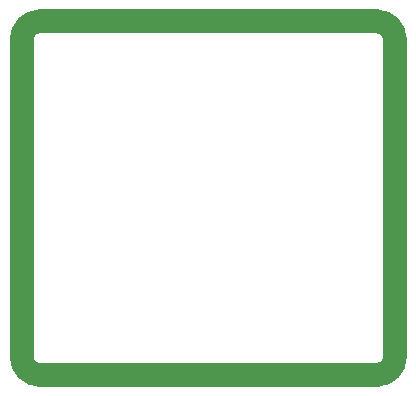
<source format=gbr>
G04 #@! TF.FileFunction,Other,ECO2*
%FSLAX46Y46*%
G04 Gerber Fmt 4.6, Leading zero omitted, Abs format (unit mm)*
G04 Created by KiCad (PCBNEW 4.0.1-stable) date 08.03.2016 22:55:35*
%MOMM*%
G01*
G04 APERTURE LIST*
%ADD10C,0.100000*%
%ADD11C,2.000000*%
G04 APERTURE END LIST*
D10*
D11*
X185070000Y-92320000D02*
G75*
G03X183570000Y-90820000I-1500000J0D01*
G01*
X154990000Y-90820000D02*
X183570000Y-90820000D01*
X154980000Y-90820000D02*
G75*
G03X153480000Y-92320000I0J-1500000D01*
G01*
X185070000Y-119230000D02*
X185070000Y-92320000D01*
X183570000Y-120730000D02*
G75*
G03X185070000Y-119230000I0J1500000D01*
G01*
X154990000Y-120730000D02*
X183570000Y-120730000D01*
X153480000Y-119230000D02*
G75*
G03X154980000Y-120730000I1500000J0D01*
G01*
X153480000Y-92320000D02*
X153480000Y-119230000D01*
M02*

</source>
